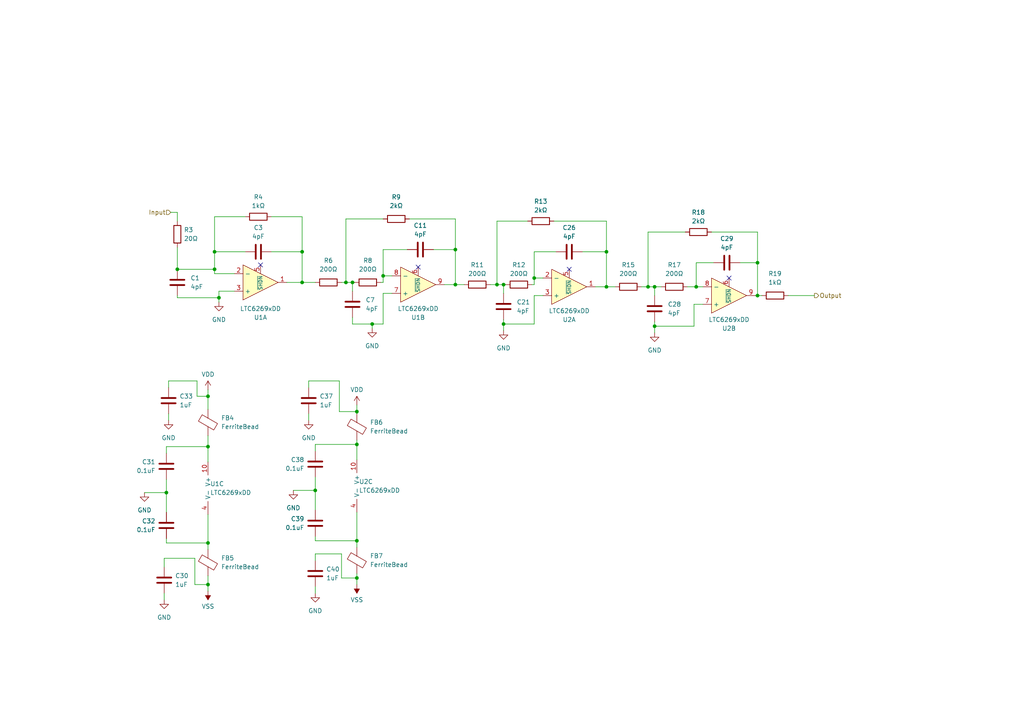
<source format=kicad_sch>
(kicad_sch (version 20230121) (generator eeschema)
  (paper "A4")
  (lib_symbols
    (symbol "Amplifier_Operational1:LTC6269xDD"
      (property "Reference" "U" (at 0 6.35 0))
      (property "Value" "LTC6269xDD" (at 0 3.81 0))
      (symbol "LTC6269xDD_1_1"
        (polyline (pts (xy -5.08 5.08) (xy 5.08 0) (xy -5.08 -5.08) (xy -5.08 5.08)) (fill (type background)))
        (pin output line (at 7.62 0 180) (length 2.54) (name "~") (number "1"))
        (pin input line (at -7.62 -2.54 0) (length 2.54) (name "-") (number "2"))
        (pin input line (at -7.62 2.54 0) (length 2.54) (name "+") (number "3"))
        (pin input line (at 0 -5.08 90) (length 2.54) (name "~{SHDN}") (number "5"))
      )
      (symbol "LTC6269xDD_2_1"
        (polyline (pts (xy -5.08 5.08) (xy 5.08 0) (xy -5.08 -5.08) (xy -5.08 5.08)) (fill (type background)))
        (pin input line (at 0 -5.08 90) (length 2.54) (name "~{SHDN}") (number "6"))
        (pin input line (at -7.62 2.54 0) (length 2.54) (name "+") (number "7"))
        (pin input line (at -7.62 -2.54 0) (length 2.54) (name "-") (number "8"))
        (pin output line (at 7.62 0 180) (length 2.54) (name "~") (number "9"))
      )
      (symbol "LTC6269xDD_3_1"
        (pin power_in line (at -2.54 7.62 270) (length 3.81) (name "V+") (number "10"))
        (pin passive line (at -2.54 -7.62 90) (length 3.81) hide (name "V-") (number "11"))
        (pin power_in line (at -2.54 -7.62 90) (length 3.81) (name "V-") (number "4"))
      )
    )
    (symbol "Device:C" (pin_numbers hide) (pin_names (offset 0.254))
      (property "Reference" "C" (at 0.635 2.54 0))
      (property "Value" "C" (at 0.635 -2.54 0))
      (symbol "C_0_1"
        (polyline (pts (xy -2.032 -0.762) (xy 2.032 -0.762)) (stroke (width 0.508)))
        (polyline (pts (xy -2.032 0.762) (xy 2.032 0.762)) (stroke (width 0.508)))
      )
      (symbol "C_1_1"
        (pin passive line (at 0 3.81 270) (length 2.794) (name "~") (number "1"))
        (pin passive line (at 0 -3.81 90) (length 2.794) (name "~") (number "2"))
      )
    )
    (symbol "Device:FerriteBead" (pin_numbers hide) (pin_names (offset 0))
      (property "Reference" "FB" (at -3.81 0.635 90))
      (property "Value" "FerriteBead" (at 3.81 0 90))
      (symbol "FerriteBead_0_1"
        (polyline (pts (xy 0 -1.27) (xy 0 -1.2192)))
        (polyline (pts (xy 0 1.27) (xy 0 1.2954)))
        (polyline (pts (xy -2.7686 0.4064) (xy -1.7018 2.2606) (xy 2.7686 -0.3048) (xy 1.6764 -2.159) (xy -2.7686 0.4064)))
      )
      (symbol "FerriteBead_1_1"
        (pin passive line (at 0 3.81 270) (length 2.54) (name "~") (number "1"))
        (pin passive line (at 0 -3.81 90) (length 2.54) (name "~") (number "2"))
      )
    )
    (symbol "Device:R" (pin_numbers hide) (pin_names (offset 0))
      (property "Reference" "R" (at 2.032 0 90))
      (property "Value" "R" (at 0 0 90))
      (symbol "R_0_1"
        (rectangle (start -1.016 -2.54) (end 1.016 2.54) (stroke (width 0.254)))
      )
      (symbol "R_1_1"
        (pin passive line (at 0 3.81 270) (length 1.27) (name "~") (number "1"))
        (pin passive line (at 0 -3.81 90) (length 1.27) (name "~") (number "2"))
      )
    )
    (symbol "power:GND" (power) (pin_names (offset 0))
      (property "Value" "GND" (at 0 -3.81 0))
      (symbol "GND_0_1"
        (polyline (pts (xy 0 0) (xy 0 -1.27) (xy 1.27 -1.27) (xy 0 -2.54) (xy -1.27 -1.27) (xy 0 -1.27)))
      )
      (symbol "GND_1_1"
        (pin power_in line (at 0 0 270) (length 0) hide (name "GND") (number "1"))
      )
    )
    (symbol "power:VDD" (power) (pin_names (offset 0))
      (property "Value" "VDD" (at 0 3.81 0))
      (symbol "VDD_0_1"
        (polyline (pts (xy -0.762 1.27) (xy 0 2.54)))
        (polyline (pts (xy 0 0) (xy 0 2.54)))
        (polyline (pts (xy 0 2.54) (xy 0.762 1.27)))
      )
      (symbol "VDD_1_1"
        (pin power_in line (at 0 0 90) (length 0) hide (name "VDD") (number "1"))
      )
    )
    (symbol "power:VSS" (power) (pin_names (offset 0))
      (property "Value" "VSS" (at 0 3.81 0))
      (symbol "VSS_0_1"
        (polyline (pts (xy 0 0) (xy 0 2.54)))
        (polyline (pts (xy 0.762 1.27) (xy -0.762 1.27) (xy 0 2.54) (xy 0.762 1.27)) (fill (type outline)))
      )
      (symbol "VSS_1_1"
        (pin power_in line (at 0 0 90) (length 0) hide (name "VSS") (number "1"))
      )
    )
  )
  (junction (at 60.325 129.54))
  (junction (at 63.5 86.36))
  (junction (at 189.865 94.615))
  (junction (at 111.125 80.01))
  (junction (at 62.23 78.105))
  (junction (at 102.235 81.915))
  (junction (at 103.505 128.905))
  (junction (at 189.865 83.185))
  (junction (at 60.325 157.48))
  (junction (at 103.505 119.38))
  (junction (at 107.95 93.98))
  (junction (at 62.23 73.025))
  (junction (at 146.05 82.55))
  (junction (at 187.96 83.185))
  (junction (at 87.63 81.915))
  (junction (at 48.26 142.875))
  (junction (at 201.93 83.185))
  (junction (at 175.895 73.025))
  (junction (at 175.895 83.185))
  (junction (at 154.94 80.645))
  (junction (at 219.71 76.2))
  (junction (at 146.05 93.98))
  (junction (at 132.08 82.55))
  (junction (at 144.145 82.55))
  (junction (at 60.325 114.935))
  (junction (at 103.505 167.64))
  (junction (at 103.505 156.845))
  (junction (at 51.435 78.105))
  (junction (at 219.71 85.725))
  (junction (at 87.63 73.025))
  (junction (at 91.44 142.24))
  (junction (at 100.33 81.915))
  (junction (at 60.325 169.545))
  (junction (at 132.08 72.39))
  (no_connect (at 121.285 77.47))
  (no_connect (at 165.1 78.105))
  (no_connect (at 211.455 80.645))
  (no_connect (at 75.565 76.835))
  (wire (pts (xy 60.325 167.005) (xy 60.325 169.545)))
  (wire (pts (xy 48.26 142.875) (xy 48.26 148.59)))
  (wire (pts (xy 103.505 128.905) (xy 103.505 133.35)))
  (wire (pts (xy 60.325 126.365) (xy 60.325 129.54)))
  (wire (pts (xy 103.505 127.635) (xy 103.505 128.905)))
  (wire (pts (xy 48.895 110.49) (xy 57.15 110.49)))
  (wire (pts (xy 207.01 76.2) (xy 201.93 76.2)))
  (wire (pts (xy 146.05 92.71) (xy 146.05 93.98)))
  (wire (pts (xy 60.325 114.935) (xy 60.325 118.745)))
  (wire (pts (xy 175.895 64.135) (xy 175.895 73.025)))
  (wire (pts (xy 100.33 81.915) (xy 102.235 81.915)))
  (wire (pts (xy 60.325 149.225) (xy 60.325 157.48)))
  (wire (pts (xy 189.865 83.185) (xy 189.865 85.725)))
  (wire (pts (xy 132.08 63.5) (xy 118.745 63.5)))
  (wire (pts (xy 187.96 83.185) (xy 189.865 83.185)))
  (wire (pts (xy 110.49 81.915) (xy 111.125 81.915)))
  (wire (pts (xy 91.44 160.655) (xy 91.44 162.56)))
  (wire (pts (xy 107.95 93.98) (xy 107.95 95.25)))
  (wire (pts (xy 189.865 94.615) (xy 189.865 96.52)))
  (wire (pts (xy 146.05 93.98) (xy 154.94 93.98)))
  (wire (pts (xy 100.33 63.5) (xy 111.125 63.5)))
  (wire (pts (xy 89.535 120.015) (xy 89.535 121.92)))
  (wire (pts (xy 111.125 72.39) (xy 111.125 80.01)))
  (wire (pts (xy 103.505 166.37) (xy 103.505 167.64)))
  (wire (pts (xy 111.125 80.01) (xy 111.125 81.915)))
  (wire (pts (xy 87.63 73.025) (xy 87.63 81.915)))
  (wire (pts (xy 51.435 85.725) (xy 51.435 86.36)))
  (wire (pts (xy 103.505 117.475) (xy 103.505 119.38)))
  (wire (pts (xy 175.895 64.135) (xy 160.655 64.135)))
  (wire (pts (xy 91.44 170.18) (xy 91.44 172.085)))
  (wire (pts (xy 154.94 73.025) (xy 154.94 80.645)))
  (wire (pts (xy 60.325 129.54) (xy 60.325 133.985)))
  (wire (pts (xy 146.05 93.98) (xy 146.05 95.885)))
  (wire (pts (xy 111.125 80.01) (xy 113.665 80.01)))
  (wire (pts (xy 62.23 62.865) (xy 71.12 62.865)))
  (wire (pts (xy 111.125 93.98) (xy 107.95 93.98)))
  (wire (pts (xy 142.24 82.55) (xy 144.145 82.55)))
  (wire (pts (xy 132.08 82.55) (xy 128.905 82.55)))
  (wire (pts (xy 63.5 84.455) (xy 63.5 86.36)))
  (wire (pts (xy 87.63 62.865) (xy 87.63 73.025)))
  (wire (pts (xy 132.08 72.39) (xy 132.08 82.55)))
  (wire (pts (xy 51.435 71.755) (xy 51.435 78.105)))
  (wire (pts (xy 60.325 169.545) (xy 60.325 171.45)))
  (wire (pts (xy 187.96 67.31) (xy 187.96 83.185)))
  (wire (pts (xy 87.63 81.915) (xy 91.44 81.915)))
  (wire (pts (xy 91.44 155.575) (xy 91.44 156.845)))
  (wire (pts (xy 60.325 114.935) (xy 60.325 113.03)))
  (wire (pts (xy 62.23 73.025) (xy 71.12 73.025)))
  (wire (pts (xy 132.08 63.5) (xy 132.08 72.39)))
  (wire (pts (xy 113.665 85.09) (xy 111.125 85.09)))
  (wire (pts (xy 103.505 148.59) (xy 103.505 156.845)))
  (wire (pts (xy 48.26 129.54) (xy 48.26 131.445)))
  (wire (pts (xy 175.895 73.025) (xy 175.895 83.185)))
  (wire (pts (xy 201.295 94.615) (xy 189.865 94.615)))
  (wire (pts (xy 51.435 61.595) (xy 51.435 64.135)))
  (wire (pts (xy 98.425 110.49) (xy 98.425 119.38)))
  (wire (pts (xy 125.73 72.39) (xy 132.08 72.39)))
  (wire (pts (xy 100.33 63.5) (xy 100.33 81.915)))
  (wire (pts (xy 186.055 83.185) (xy 187.96 83.185)))
  (wire (pts (xy 132.08 82.55) (xy 134.62 82.55)))
  (wire (pts (xy 57.15 114.935) (xy 60.325 114.935)))
  (wire (pts (xy 144.145 64.135) (xy 153.035 64.135)))
  (wire (pts (xy 168.91 73.025) (xy 175.895 73.025)))
  (wire (pts (xy 154.94 93.98) (xy 154.94 85.725)))
  (wire (pts (xy 56.515 169.545) (xy 60.325 169.545)))
  (wire (pts (xy 67.945 84.455) (xy 63.5 84.455)))
  (wire (pts (xy 103.505 128.905) (xy 91.44 128.905)))
  (wire (pts (xy 199.39 83.185) (xy 201.93 83.185)))
  (wire (pts (xy 201.93 76.2) (xy 201.93 83.185)))
  (wire (pts (xy 48.26 142.875) (xy 41.91 142.875)))
  (wire (pts (xy 89.535 110.49) (xy 98.425 110.49)))
  (wire (pts (xy 146.05 82.55) (xy 146.05 85.09)))
  (wire (pts (xy 91.44 156.845) (xy 103.505 156.845)))
  (wire (pts (xy 103.505 156.845) (xy 103.505 158.75)))
  (wire (pts (xy 51.435 86.36) (xy 63.5 86.36)))
  (wire (pts (xy 103.505 167.64) (xy 103.505 169.545)))
  (wire (pts (xy 60.325 129.54) (xy 48.26 129.54)))
  (wire (pts (xy 91.44 142.24) (xy 85.09 142.24)))
  (wire (pts (xy 102.235 81.915) (xy 102.87 81.915)))
  (wire (pts (xy 214.63 76.2) (xy 219.71 76.2)))
  (wire (pts (xy 63.5 86.36) (xy 63.5 87.63)))
  (wire (pts (xy 102.235 81.915) (xy 102.235 84.455)))
  (wire (pts (xy 154.94 80.645) (xy 157.48 80.645)))
  (wire (pts (xy 189.865 93.345) (xy 189.865 94.615)))
  (wire (pts (xy 157.48 85.725) (xy 154.94 85.725)))
  (wire (pts (xy 91.44 128.905) (xy 91.44 130.81)))
  (wire (pts (xy 62.23 78.105) (xy 62.23 79.375)))
  (wire (pts (xy 144.145 64.135) (xy 144.145 82.55)))
  (wire (pts (xy 48.26 156.21) (xy 48.26 157.48)))
  (wire (pts (xy 48.26 139.065) (xy 48.26 142.875)))
  (wire (pts (xy 62.23 79.375) (xy 67.945 79.375)))
  (wire (pts (xy 189.865 83.185) (xy 191.77 83.185)))
  (wire (pts (xy 154.305 82.55) (xy 154.94 82.55)))
  (wire (pts (xy 103.505 167.64) (xy 99.06 167.64)))
  (wire (pts (xy 47.625 161.925) (xy 56.515 161.925)))
  (wire (pts (xy 51.435 78.105) (xy 62.23 78.105)))
  (wire (pts (xy 219.71 76.2) (xy 219.71 85.725)))
  (wire (pts (xy 219.71 85.725) (xy 219.075 85.725)))
  (wire (pts (xy 228.6 85.725) (xy 236.22 85.725)))
  (wire (pts (xy 154.94 80.645) (xy 154.94 82.55)))
  (wire (pts (xy 78.74 73.025) (xy 87.63 73.025)))
  (wire (pts (xy 62.23 62.865) (xy 62.23 73.025)))
  (wire (pts (xy 144.145 82.55) (xy 146.05 82.55)))
  (wire (pts (xy 201.93 83.185) (xy 203.835 83.185)))
  (wire (pts (xy 99.06 167.64) (xy 99.06 160.655)))
  (wire (pts (xy 62.23 73.025) (xy 62.23 78.105)))
  (wire (pts (xy 111.125 85.09) (xy 111.125 93.98)))
  (wire (pts (xy 49.53 61.595) (xy 51.435 61.595)))
  (wire (pts (xy 91.44 142.24) (xy 91.44 147.955)))
  (wire (pts (xy 198.755 67.31) (xy 187.96 67.31)))
  (wire (pts (xy 111.125 72.39) (xy 118.11 72.39)))
  (wire (pts (xy 102.235 93.98) (xy 102.235 92.075)))
  (wire (pts (xy 57.15 110.49) (xy 57.15 114.935)))
  (wire (pts (xy 201.295 88.265) (xy 203.835 88.265)))
  (wire (pts (xy 48.895 120.015) (xy 48.895 121.92)))
  (wire (pts (xy 56.515 161.925) (xy 56.515 169.545)))
  (wire (pts (xy 48.895 112.395) (xy 48.895 110.49)))
  (wire (pts (xy 107.95 93.98) (xy 102.235 93.98)))
  (wire (pts (xy 220.98 85.725) (xy 219.71 85.725)))
  (wire (pts (xy 175.895 83.185) (xy 172.72 83.185)))
  (wire (pts (xy 47.625 164.465) (xy 47.625 161.925)))
  (wire (pts (xy 98.425 119.38) (xy 103.505 119.38)))
  (wire (pts (xy 99.06 81.915) (xy 100.33 81.915)))
  (wire (pts (xy 219.71 67.31) (xy 219.71 76.2)))
  (wire (pts (xy 201.295 88.265) (xy 201.295 94.615)))
  (wire (pts (xy 91.44 138.43) (xy 91.44 142.24)))
  (wire (pts (xy 47.625 172.085) (xy 47.625 173.99)))
  (wire (pts (xy 99.06 160.655) (xy 91.44 160.655)))
  (wire (pts (xy 154.94 73.025) (xy 161.29 73.025)))
  (wire (pts (xy 78.74 62.865) (xy 87.63 62.865)))
  (wire (pts (xy 103.505 119.38) (xy 103.505 120.015)))
  (wire (pts (xy 60.325 157.48) (xy 60.325 159.385)))
  (wire (pts (xy 87.63 81.915) (xy 83.185 81.915)))
  (wire (pts (xy 146.05 82.55) (xy 146.685 82.55)))
  (wire (pts (xy 48.26 157.48) (xy 60.325 157.48)))
  (wire (pts (xy 175.895 83.185) (xy 178.435 83.185)))
  (wire (pts (xy 219.71 67.31) (xy 206.375 67.31)))
  (wire (pts (xy 89.535 112.395) (xy 89.535 110.49)))
  (hierarchical_label "Output" (shape output) (at 236.22 85.725 0))
  (hierarchical_label "Input" (shape input) (at 49.53 61.595 180))
  (symbol (lib_id "Device:R") (at 106.68 81.915 270) (unit 1)
    (property "Reference" "R8" (at 106.68 75.565 90))
    (property "Value" "200Ω" (at 106.68 78.105 90))
    (property "Footprint" "Resistor_SMD:R_0805_2012Metric_Pad1.20x1.40mm_HandSolder" (effects hide))
    (instances (project "TransimpedianceAmplifierV2" (path "" (reference "R8") (unit 1)) (path "" (reference "R4") (unit 1))))
  )
  (symbol (lib_id "Device:C") (at 48.26 135.255 0) (mirror x) (unit 1)
    (property "Reference" "C31" (at 45.085 133.985 0) (effects (justify right)))
    (property "Value" "0.1uF" (at 45.085 136.525 0) (effects (justify right)))
    (property "Footprint" "Capacitor_SMD:C_0805_2012Metric_Pad1.18x1.45mm_HandSolder" (effects hide))
    (instances (project "TransimpedianceAmplifierV2" (path "" (reference "C31") (unit 1)) (path "" (reference "C16") (unit 1))))
  )
  (symbol (lib_id "Device:C") (at 74.93 73.025 270) (unit 1)
    (property "Reference" "C3" (at 74.93 66.04 90))
    (property "Value" "4pF" (at 74.93 68.58 90))
    (property "Footprint" "Capacitor_SMD:C_0805_2012Metric_Pad1.18x1.45mm_HandSolder" (effects hide))
    (instances (project "TransimpedianceAmplifierV2" (path "" (reference "C3") (unit 1)) (path "" (reference "C20") (unit 1))))
  )
  (symbol (lib_id "Amplifier_Operational1:LTC6269xDD") (at 75.565 81.915 0) (mirror x) (unit 1)
    (property "Reference" "U1" (at 75.565 92.075 0))
    (property "Value" "LTC6269xDD" (at 75.565 89.535 0))
    (property "Footprint" "Package_DFN_QFN:DFN-10-1EP_3x3mm_P0.5mm_EP1.65x2.38mm" (effects hide))
    (property "Datasheet" "https://www.analog.com/media/en/technical-documentation/data-sheets/62689f.pdf" (effects hide))
  )
  (symbol (lib_id "Device:FerriteBead") (at 103.505 162.56 0) (unit 1)
    (property "Reference" "FB7" (at 107.315 161.2392 0) (effects (justify left)))
    (property "Value" "FerriteBead" (at 107.315 163.7792 0) (effects (justify left)))
    (property "Footprint" "Resistor_SMD:R_0805_2012Metric" (effects hide))
    (instances (project "TransimpedianceAmplifierV2" (path "" (reference "FB7") (unit 1)) (path "" (reference "FB6") (unit 1))))
  )
  (symbol (lib_id "power:GND") (at 91.44 172.085 0) (unit 1)
    (property "Reference" "#PWR031" (effects hide))
    (property "Value" "GND" (at 91.44 177.165 0))
    (instances (project "TransimpedianceAmplifierV2" (path "" (reference "#PWR031") (unit 1)) (path "" (reference "#PWR017") (unit 1))))
  )
  (symbol (lib_id "Device:R") (at 195.58 83.185 270) (unit 1)
    (property "Reference" "R17" (at 195.58 76.835 90))
    (property "Value" "200Ω" (at 195.58 79.375 90))
    (property "Footprint" "Resistor_SMD:R_0805_2012Metric_Pad1.20x1.40mm_HandSolder" (effects hide))
    (instances (project "TransimpedianceAmplifierV2" (path "" (reference "R17") (unit 1)) (path "" (reference "R10") (unit 1))))
  )
  (symbol (lib_id "Device:C") (at 121.92 72.39 270) (unit 1)
    (property "Reference" "C11" (at 121.92 65.405 90))
    (property "Value" "4pF" (at 121.92 67.945 90))
    (property "Footprint" "Capacitor_SMD:C_0805_2012Metric_Pad1.18x1.45mm_HandSolder" (effects hide))
    (instances (project "TransimpedianceAmplifierV2" (path "" (reference "C11") (unit 1)) (path "" (reference "C26") (unit 1))))
  )
  (symbol (lib_id "power:VDD") (at 103.505 117.475 0) (unit 1)
    (property "Reference" "#PWR032" (effects hide))
    (property "Value" "VDD" (at 103.505 113.03 0))
    (instances (project "TransimpedianceAmplifierV2" (path "" (reference "#PWR032") (unit 1)) (path "" (reference "#PWR018") (unit 1))))
  )
  (symbol (lib_id "Amplifier_Operational1:LTC6269xDD") (at 106.045 140.97 0) (unit 3)
    (property "Reference" "U2" (at 104.14 139.7 0) (effects (justify left)))
    (property "Value" "LTC6269xDD" (at 104.14 142.24 0) (effects (justify left)))
    (property "Footprint" "Package_DFN_QFN:DFN-10-1EP_3x3mm_P0.5mm_EP1.65x2.38mm" (effects hide))
    (property "Datasheet" "https://www.analog.com/media/en/technical-documentation/data-sheets/62689f.pdf" (effects hide))
  )
  (symbol (lib_id "Device:R") (at 224.79 85.725 270) (unit 1)
    (property "Reference" "R19" (at 224.79 79.375 90))
    (property "Value" "1kΩ" (at 224.79 81.915 90))
    (property "Footprint" "Resistor_SMD:R_0805_2012Metric_Pad1.20x1.40mm_HandSolder" (effects hide))
    (instances (project "TransimpedianceAmplifierV2" (path "" (reference "R19") (unit 1)) (path "" (reference "R12") (unit 1))))
  )
  (symbol (lib_id "Device:C") (at 48.895 116.205 0) (mirror y) (unit 1)
    (property "Reference" "C33" (at 52.07 114.935 0) (effects (justify right)))
    (property "Value" "1uF" (at 52.07 117.475 0) (effects (justify right)))
    (property "Footprint" "Capacitor_SMD:C_0805_2012Metric_Pad1.18x1.45mm_HandSolder" (effects hide))
    (instances (project "TransimpedianceAmplifierV2" (path "" (reference "C33") (unit 1)) (path "" (reference "C18") (unit 1))))
  )
  (symbol (lib_id "Amplifier_Operational1:LTC6269xDD") (at 62.865 141.605 0) (unit 3)
    (property "Reference" "U1" (at 60.96 140.335 0) (effects (justify left)))
    (property "Value" "LTC6269xDD" (at 60.96 142.875 0) (effects (justify left)))
    (property "Footprint" "Package_DFN_QFN:DFN-10-1EP_3x3mm_P0.5mm_EP1.65x2.38mm" (effects hide))
    (property "Datasheet" "https://www.analog.com/media/en/technical-documentation/data-sheets/62689f.pdf" (effects hide))
  )
  (symbol (lib_id "Device:C") (at 89.535 116.205 0) (mirror y) (unit 1)
    (property "Reference" "C37" (at 92.71 114.935 0) (effects (justify right)))
    (property "Value" "1uF" (at 92.71 117.475 0) (effects (justify right)))
    (property "Footprint" "Capacitor_SMD:C_0805_2012Metric_Pad1.18x1.45mm_HandSolder" (effects hide))
    (instances (project "TransimpedianceAmplifierV2" (path "" (reference "C37") (unit 1)) (path "" (reference "C21") (unit 1))))
  )
  (symbol (lib_id "power:VSS") (at 103.505 169.545 180) (unit 1)
    (property "Reference" "#PWR033" (effects hide))
    (property "Value" "VSS" (at 103.505 173.99 0))
    (instances (project "TransimpedianceAmplifierV2" (path "" (reference "#PWR033") (unit 1)) (path "" (reference "#PWR019") (unit 1))))
  )
  (symbol (lib_id "Device:R") (at 95.25 81.915 270) (unit 1)
    (property "Reference" "R6" (at 95.25 75.565 90))
    (property "Value" "200Ω" (at 95.25 78.105 90))
    (property "Footprint" "Resistor_SMD:R_0805_2012Metric_Pad1.20x1.40mm_HandSolder" (effects hide))
    (instances (project "TransimpedianceAmplifierV2" (path "" (reference "R6") (unit 1)) (path "" (reference "R3") (unit 1))))
  )
  (symbol (lib_id "power:GND") (at 63.5 87.63 0) (unit 1)
    (property "Reference" "#PWR04" (effects hide))
    (property "Value" "GND" (at 63.5 92.71 0))
    (instances (project "TransimpedianceAmplifierV2" (path "" (reference "#PWR04") (unit 1)) (path "" (reference "#PWR014") (unit 1))))
  )
  (symbol (lib_id "Device:FerriteBead") (at 60.325 163.195 0) (unit 1)
    (property "Reference" "FB5" (at 64.135 161.8742 0) (effects (justify left)))
    (property "Value" "FerriteBead" (at 64.135 164.4142 0) (effects (justify left)))
    (property "Footprint" "Resistor_SMD:R_0805_2012Metric" (effects hide))
    (instances (project "TransimpedianceAmplifierV2" (path "" (reference "FB5") (unit 1)) (path "" (reference "FB4") (unit 1))))
  )
  (symbol (lib_id "Device:C") (at 210.82 76.2 270) (unit 1)
    (property "Reference" "C29" (at 210.82 69.215 90))
    (property "Value" "4pF" (at 210.82 71.755 90))
    (property "Footprint" "Capacitor_SMD:C_0805_2012Metric_Pad1.18x1.45mm_HandSolder" (effects hide))
    (instances (project "TransimpedianceAmplifierV2" (path "" (reference "C29") (unit 1)) (path "" (reference "C30") (unit 1))))
  )
  (symbol (lib_id "power:GND") (at 107.95 95.25 0) (unit 1)
    (property "Reference" "#PWR011" (effects hide))
    (property "Value" "GND" (at 107.95 100.33 0))
    (instances (project "TransimpedianceAmplifierV2" (path "" (reference "#PWR011") (unit 1)) (path "" (reference "#PWR020") (unit 1))))
  )
  (symbol (lib_id "Device:C") (at 91.44 134.62 0) (mirror x) (unit 1)
    (property "Reference" "C38" (at 88.265 133.35 0) (effects (justify right)))
    (property "Value" "0.1uF" (at 88.265 135.89 0) (effects (justify right)))
    (property "Footprint" "Capacitor_SMD:C_0805_2012Metric_Pad1.18x1.45mm_HandSolder" (effects hide))
    (instances (project "TransimpedianceAmplifierV2" (path "" (reference "C38") (unit 1)) (path "" (reference "C22") (unit 1))))
  )
  (symbol (lib_id "Device:C") (at 146.05 88.9 0) (unit 1)
    (property "Reference" "C21" (at 149.86 87.63 0) (effects (justify left)))
    (property "Value" "4pF" (at 149.86 90.17 0) (effects (justify left)))
    (property "Footprint" "Capacitor_SMD:C_0805_2012Metric_Pad1.18x1.45mm_HandSolder" (effects hide))
    (instances (project "TransimpedianceAmplifierV2" (path "" (reference "C21") (unit 1)) (path "" (reference "C27") (unit 1))))
  )
  (symbol (lib_id "Device:C") (at 51.435 81.915 0) (unit 1)
    (property "Reference" "C1" (at 55.245 80.645 0) (effects (justify left)))
    (property "Value" "4pF" (at 55.245 83.185 0) (effects (justify left)))
    (property "Footprint" "Capacitor_SMD:C_0805_2012Metric_Pad1.18x1.45mm_HandSolder" (effects hide))
    (instances (project "TransimpedianceAmplifierV2" (path "" (reference "C1") (unit 1)) (path "" (reference "C19") (unit 1))))
  )
  (symbol (lib_id "Device:FerriteBead") (at 103.505 123.825 0) (unit 1)
    (property "Reference" "FB6" (at 107.315 122.5042 0) (effects (justify left)))
    (property "Value" "FerriteBead" (at 107.315 125.0442 0) (effects (justify left)))
    (property "Footprint" "Resistor_SMD:R_0805_2012Metric" (effects hide))
    (instances (project "TransimpedianceAmplifierV2" (path "" (reference "FB6") (unit 1)) (path "" (reference "FB5") (unit 1))))
  )
  (symbol (lib_id "Device:R") (at 156.845 64.135 270) (unit 1)
    (property "Reference" "R13" (at 156.845 58.42 90))
    (property "Value" "2kΩ" (at 156.845 60.96 90))
    (property "Footprint" "Resistor_SMD:R_0805_2012Metric_Pad1.20x1.40mm_HandSolder" (effects hide))
    (instances (project "TransimpedianceAmplifierV2" (path "" (reference "R13") (unit 1)) (path "" (reference "R8") (unit 1))))
  )
  (symbol (lib_id "power:GND") (at 47.625 173.99 0) (unit 1)
    (property "Reference" "#PWR022" (effects hide))
    (property "Value" "GND" (at 47.625 179.07 0))
    (instances (project "TransimpedianceAmplifierV2" (path "" (reference "#PWR022") (unit 1)) (path "" (reference "#PWR010") (unit 1))))
  )
  (symbol (lib_id "power:VSS") (at 60.325 171.45 180) (unit 1)
    (property "Reference" "#PWR026" (effects hide))
    (property "Value" "VSS" (at 60.325 175.895 0))
    (instances (project "TransimpedianceAmplifierV2" (path "" (reference "#PWR026") (unit 1)) (path "" (reference "#PWR013") (unit 1))))
  )
  (symbol (lib_id "power:GND") (at 48.895 121.92 0) (unit 1)
    (property "Reference" "#PWR023" (effects hide))
    (property "Value" "GND" (at 48.895 127 0))
    (instances (project "TransimpedianceAmplifierV2" (path "" (reference "#PWR023") (unit 1)) (path "" (reference "#PWR011") (unit 1))))
  )
  (symbol (lib_id "Device:R") (at 202.565 67.31 270) (unit 1)
    (property "Reference" "R18" (at 202.565 61.595 90))
    (property "Value" "2kΩ" (at 202.565 64.135 90))
    (property "Footprint" "Resistor_SMD:R_0805_2012Metric_Pad1.20x1.40mm_HandSolder" (effects hide))
    (instances (project "TransimpedianceAmplifierV2" (path "" (reference "R18") (unit 1)) (path "" (reference "R11") (unit 1))))
  )
  (symbol (lib_id "Device:C") (at 47.625 168.275 0) (mirror y) (unit 1)
    (property "Reference" "C30" (at 50.8 167.005 0) (effects (justify right)))
    (property "Value" "1uF" (at 50.8 169.545 0) (effects (justify right)))
    (property "Footprint" "Capacitor_SMD:C_0805_2012Metric_Pad1.18x1.45mm_HandSolder" (effects hide))
    (instances (project "TransimpedianceAmplifierV2" (path "" (reference "C30") (unit 1)) (path "" (reference "C15") (unit 1))))
  )
  (symbol (lib_id "Device:R") (at 74.93 62.865 270) (unit 1)
    (property "Reference" "R4" (at 74.93 57.15 90))
    (property "Value" "1kΩ" (at 74.93 59.69 90))
    (property "Footprint" "Resistor_SMD:R_0805_2012Metric_Pad1.20x1.40mm_HandSolder" (effects hide))
    (instances (project "TransimpedianceAmplifierV2" (path "" (reference "R4") (unit 1)) (path "" (reference "R2") (unit 1))))
  )
  (symbol (lib_id "power:GND") (at 85.09 142.24 0) (unit 1)
    (property "Reference" "#PWR029" (effects hide))
    (property "Value" "GND" (at 85.09 147.32 0))
    (instances (project "TransimpedianceAmplifierV2" (path "" (reference "#PWR029") (unit 1)) (path "" (reference "#PWR015") (unit 1))))
  )
  (symbol (lib_id "Device:R") (at 138.43 82.55 270) (unit 1)
    (property "Reference" "R11" (at 138.43 76.835 90))
    (property "Value" "200Ω" (at 138.43 79.375 90))
    (property "Footprint" "Resistor_SMD:R_0805_2012Metric_Pad1.20x1.40mm_HandSolder" (effects hide))
    (instances (project "TransimpedianceAmplifierV2" (path "" (reference "R11") (unit 1)) (path "" (reference "R6") (unit 1))))
  )
  (symbol (lib_id "power:GND") (at 41.91 142.875 0) (unit 1)
    (property "Reference" "#PWR021" (effects hide))
    (property "Value" "GND" (at 41.91 147.955 0))
    (instances (project "TransimpedianceAmplifierV2" (path "" (reference "#PWR021") (unit 1)) (path "" (reference "#PWR09") (unit 1))))
  )
  (symbol (lib_id "Device:R") (at 150.495 82.55 270) (unit 1)
    (property "Reference" "R12" (at 150.495 76.835 90))
    (property "Value" "200Ω" (at 150.495 79.375 90))
    (property "Footprint" "Resistor_SMD:R_0805_2012Metric_Pad1.20x1.40mm_HandSolder" (effects hide))
    (instances (project "TransimpedianceAmplifierV2" (path "" (reference "R12") (unit 1)) (path "" (reference "R7") (unit 1))))
  )
  (symbol (lib_id "Device:C") (at 48.26 152.4 0) (mirror x) (unit 1)
    (property "Reference" "C32" (at 45.085 151.13 0) (effects (justify right)))
    (property "Value" "0.1uF" (at 45.085 153.67 0) (effects (justify right)))
    (property "Footprint" "Capacitor_SMD:C_0805_2012Metric_Pad1.18x1.45mm_HandSolder" (effects hide))
    (instances (project "TransimpedianceAmplifierV2" (path "" (reference "C32") (unit 1)) (path "" (reference "C17") (unit 1))))
  )
  (symbol (lib_id "Amplifier_Operational1:LTC6269xDD") (at 121.285 82.55 0) (mirror x) (unit 2)
    (property "Reference" "U1" (at 121.285 92.075 0))
    (property "Value" "LTC6269xDD" (at 121.285 89.535 0))
    (property "Footprint" "Package_DFN_QFN:DFN-10-1EP_3x3mm_P0.5mm_EP1.65x2.38mm" (effects hide))
    (property "Datasheet" "https://www.analog.com/media/en/technical-documentation/data-sheets/62689f.pdf" (effects hide))
  )
  (symbol (lib_id "Device:R") (at 51.435 67.945 0) (unit 1)
    (property "Reference" "R3" (at 53.34 66.675 0) (effects (justify left)))
    (property "Value" "20Ω" (at 53.34 69.215 0) (effects (justify left)))
    (property "Footprint" "Resistor_SMD:R_0805_2012Metric_Pad1.20x1.40mm_HandSolder" (effects hide))
    (instances (project "TransimpedianceAmplifierV2" (path "" (reference "R3") (unit 1)) (path "" (reference "R1") (unit 1))))
  )
  (symbol (lib_id "Device:C") (at 91.44 151.765 0) (mirror x) (unit 1)
    (property "Reference" "C39" (at 88.265 150.495 0) (effects (justify right)))
    (property "Value" "0.1uF" (at 88.265 153.035 0) (effects (justify right)))
    (property "Footprint" "Capacitor_SMD:C_0805_2012Metric_Pad1.18x1.45mm_HandSolder" (effects hide))
    (instances (project "TransimpedianceAmplifierV2" (path "" (reference "C39") (unit 1)) (path "" (reference "C23") (unit 1))))
  )
  (symbol (lib_id "Amplifier_Operational1:LTC6269xDD") (at 211.455 85.725 0) (mirror x) (unit 2)
    (property "Reference" "U2" (at 211.455 95.25 0))
    (property "Value" "LTC6269xDD" (at 211.455 92.71 0))
    (property "Footprint" "Package_DFN_QFN:DFN-10-1EP_3x3mm_P0.5mm_EP1.65x2.38mm" (effects hide))
    (property "Datasheet" "https://www.analog.com/media/en/technical-documentation/data-sheets/62689f.pdf" (effects hide))
  )
  (symbol (lib_id "Device:R") (at 182.245 83.185 270) (unit 1)
    (property "Reference" "R15" (at 182.245 76.835 90))
    (property "Value" "200Ω" (at 182.245 79.375 90))
    (property "Footprint" "Resistor_SMD:R_0805_2012Metric_Pad1.20x1.40mm_HandSolder" (effects hide))
    (instances (project "TransimpedianceAmplifierV2" (path "" (reference "R15") (unit 1)) (path "" (reference "R9") (unit 1))))
  )
  (symbol (lib_id "Device:R") (at 114.935 63.5 270) (unit 1)
    (property "Reference" "R9" (at 114.935 57.15 90))
    (property "Value" "2kΩ" (at 114.935 59.69 90))
    (property "Footprint" "Resistor_SMD:R_0805_2012Metric_Pad1.20x1.40mm_HandSolder" (effects hide))
    (instances (project "TransimpedianceAmplifierV2" (path "" (reference "R9") (unit 1)) (path "" (reference "R5") (unit 1))))
  )
  (symbol (lib_id "Device:C") (at 91.44 166.37 0) (mirror y) (unit 1)
    (property "Reference" "C40" (at 94.615 165.1 0) (effects (justify right)))
    (property "Value" "1uF" (at 94.615 167.64 0) (effects (justify right)))
    (property "Footprint" "Capacitor_SMD:C_0805_2012Metric_Pad1.18x1.45mm_HandSolder" (effects hide))
    (instances (project "TransimpedianceAmplifierV2" (path "" (reference "C40") (unit 1)) (path "" (reference "C24") (unit 1))))
  )
  (symbol (lib_id "power:GND") (at 89.535 121.92 0) (unit 1)
    (property "Reference" "#PWR030" (effects hide))
    (property "Value" "GND" (at 89.535 127 0))
    (instances (project "TransimpedianceAmplifierV2" (path "" (reference "#PWR030") (unit 1)) (path "" (reference "#PWR016") (unit 1))))
  )
  (symbol (lib_id "Device:C") (at 165.1 73.025 270) (unit 1)
    (property "Reference" "C26" (at 165.1 66.04 90))
    (property "Value" "4pF" (at 165.1 68.58 90))
    (property "Footprint" "Capacitor_SMD:C_0805_2012Metric_Pad1.18x1.45mm_HandSolder" (effects hide))
    (instances (project "TransimpedianceAmplifierV2" (path "" (reference "C26") (unit 1)) (path "" (reference "C28") (unit 1))))
  )
  (symbol (lib_id "Device:C") (at 189.865 89.535 0) (unit 1)
    (property "Reference" "C28" (at 193.675 88.265 0) (effects (justify left)))
    (property "Value" "4pF" (at 193.675 90.805 0) (effects (justify left)))
    (property "Footprint" "Capacitor_SMD:C_0805_2012Metric_Pad1.18x1.45mm_HandSolder" (effects hide))
    (instances (project "TransimpedianceAmplifierV2" (path "" (reference "C28") (unit 1)) (path "" (reference "C29") (unit 1))))
  )
  (symbol (lib_id "power:GND") (at 189.865 96.52 0) (unit 1)
    (property "Reference" "#PWR020" (effects hide))
    (property "Value" "GND" (at 189.865 101.6 0))
    (instances (project "TransimpedianceAmplifierV2" (path "" (reference "#PWR020") (unit 1)) (path "" (reference "#PWR022") (unit 1))))
  )
  (symbol (lib_id "power:VDD") (at 60.325 113.03 0) (unit 1)
    (property "Reference" "#PWR025" (effects hide))
    (property "Value" "VDD" (at 60.325 108.585 0))
    (instances (project "TransimpedianceAmplifierV2" (path "" (reference "#PWR025") (unit 1)) (path "" (reference "#PWR012") (unit 1))))
  )
  (symbol (lib_id "Amplifier_Operational1:LTC6269xDD") (at 165.1 83.185 0) (mirror x) (unit 1)
    (property "Reference" "U2" (at 165.1 92.71 0))
    (property "Value" "LTC6269xDD" (at 165.1 90.17 0))
    (property "Footprint" "Package_DFN_QFN:DFN-10-1EP_3x3mm_P0.5mm_EP1.65x2.38mm" (effects hide))
    (property "Datasheet" "https://www.analog.com/media/en/technical-documentation/data-sheets/62689f.pdf" (effects hide))
  )
  (symbol (lib_id "Device:C") (at 102.235 88.265 0) (unit 1)
    (property "Reference" "C7" (at 106.045 86.995 0) (effects (justify left)))
    (property "Value" "4pF" (at 106.045 89.535 0) (effects (justify left)))
    (property "Footprint" "Capacitor_SMD:C_0805_2012Metric_Pad1.18x1.45mm_HandSolder" (effects hide))
    (instances (project "TransimpedianceAmplifierV2" (path "" (reference "C7") (unit 1)) (path "" (reference "C25") (unit 1))))
  )
  (symbol (lib_id "Device:FerriteBead") (at 60.325 122.555 0) (unit 1)
    (property "Reference" "FB4" (at 64.135 121.2342 0) (effects (justify left)))
    (property "Value" "FerriteBead" (at 64.135 123.7742 0) (effects (justify left)))
    (property "Footprint" "Resistor_SMD:R_0805_2012Metric" (effects hide))
    (instances (project "TransimpedianceAmplifierV2" (path "" (reference "FB4") (unit 1)) (path "" (reference "FB3") (unit 1))))
  )
  (symbol (lib_id "power:GND") (at 146.05 95.885 0) (unit 1)
    (property "Reference" "#PWR015" (effects hide))
    (property "Value" "GND" (at 146.05 100.965 0))
    (instances (project "TransimpedianceAmplifierV2" (path "" (reference "#PWR015") (unit 1)) (path "" (reference "#PWR021") (unit 1))))
  )
)
</source>
